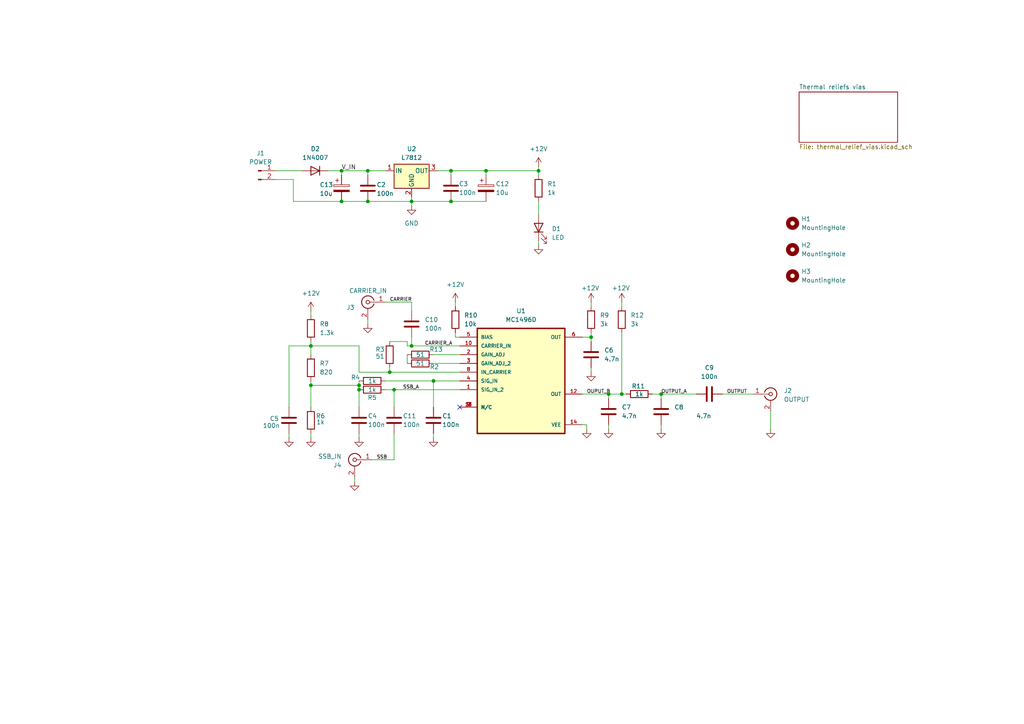
<source format=kicad_sch>
(kicad_sch (version 20231120) (generator "eeschema") (generator_version "8.0")
  (paper "A4")
  (title_block (title "Demodulador MC1496") (date "2024-08-15") (company "UTN - FRBB") (comment 1 "CARRIZO") (comment 2 "BONFIGLIO") (comment 3 "ALARCÓN"))
  (lib_symbols
    (symbol "Connector:Conn_01x02_Pin" (pin_names (offset 1.016) hide)
      (property "Reference" "J" (at 0 2.54 0))
      (property "Value" "Conn_01x02_Pin" (at 0 -5.08 0))
      (symbol "Conn_01x02_Pin_1_1"
        (polyline (pts (xy 1.27 -2.54) (xy 0.8636 -2.54)) (stroke (width 0.1524)))
        (polyline (pts (xy 1.27 0) (xy 0.8636 0)) (stroke (width 0.1524)))
        (rectangle (start 0.8636 -2.413) (end 0 -2.667) (stroke (width 0.1524)) (fill (type outline)))
        (rectangle (start 0.8636 0.127) (end 0 -0.127) (stroke (width 0.1524)) (fill (type outline)))
        (pin passive line (at 5.08 0 180) (length 3.81) (name "Pin_1") (number "1"))
        (pin passive line (at 5.08 -2.54 180) (length 3.81) (name "Pin_2") (number "2"))
      )
    )
    (symbol "Connector:Conn_Coaxial" (pin_names (offset 1.016) hide)
      (property "Reference" "J" (at 0.254 3.048 0))
      (property "Value" "Conn_Coaxial" (at 2.921 0 90))
      (symbol "Conn_Coaxial_0_1"
        (arc (start -1.778 -0.508) (mid 0.2311 -1.8066) (end 1.778 0) (stroke (width 0.254)))
        (polyline (pts (xy -2.54 0) (xy -0.508 0)))
        (polyline (pts (xy 0 -2.54) (xy 0 -1.778)))
        (circle (center 0 0) (radius 0.508) (stroke (width 0.2032)))
        (arc (start 1.778 0) (mid 0.2099 1.8101) (end -1.778 0.508) (stroke (width 0.254)))
      )
      (symbol "Conn_Coaxial_1_1"
        (pin passive line (at -5.08 0 0) (length 2.54) (name "In") (number "1"))
        (pin passive line (at 0 -5.08 90) (length 2.54) (name "Ext") (number "2"))
      )
    )
    (symbol "Device:C" (pin_numbers hide) (pin_names (offset 0.254))
      (property "Reference" "C" (at 0.635 2.54 0))
      (property "Value" "C" (at 0.635 -2.54 0))
      (symbol "C_0_1"
        (polyline (pts (xy -2.032 -0.762) (xy 2.032 -0.762)) (stroke (width 0.508)))
        (polyline (pts (xy -2.032 0.762) (xy 2.032 0.762)) (stroke (width 0.508)))
      )
      (symbol "C_1_1"
        (pin passive line (at 0 3.81 270) (length 2.794) (name "~") (number "1"))
        (pin passive line (at 0 -3.81 90) (length 2.794) (name "~") (number "2"))
      )
    )
    (symbol "Device:C_Polarized" (pin_numbers hide) (pin_names (offset 0.254))
      (property "Reference" "C" (at 0.635 2.54 0))
      (property "Value" "C_Polarized" (at 0.635 -2.54 0))
      (symbol "C_Polarized_0_1"
        (rectangle (start -2.286 0.508) (end 2.286 1.016))
        (polyline (pts (xy -1.778 2.286) (xy -0.762 2.286)))
        (polyline (pts (xy -1.27 2.794) (xy -1.27 1.778)))
        (rectangle (start 2.286 -0.508) (end -2.286 -1.016) (fill (type outline)))
      )
      (symbol "C_Polarized_1_1"
        (pin passive line (at 0 3.81 270) (length 2.794) (name "~") (number "1"))
        (pin passive line (at 0 -3.81 90) (length 2.794) (name "~") (number "2"))
      )
    )
    (symbol "Device:LED" (pin_numbers hide) (pin_names (offset 1.016) hide)
      (property "Reference" "D" (at 0 2.54 0))
      (property "Value" "LED" (at 0 -2.54 0))
      (symbol "LED_0_1"
        (polyline (pts (xy -1.27 -1.27) (xy -1.27 1.27)) (stroke (width 0.254)))
        (polyline (pts (xy -1.27 0) (xy 1.27 0)))
        (polyline (pts (xy 1.27 -1.27) (xy 1.27 1.27) (xy -1.27 0) (xy 1.27 -1.27)) (stroke (width 0.254)))
        (polyline (pts (xy -3.048 -0.762) (xy -4.572 -2.286) (xy -3.81 -2.286) (xy -4.572 -2.286) (xy -4.572 -1.524)))
        (polyline (pts (xy -1.778 -0.762) (xy -3.302 -2.286) (xy -2.54 -2.286) (xy -3.302 -2.286) (xy -3.302 -1.524)))
      )
      (symbol "LED_1_1"
        (pin passive line (at -3.81 0 0) (length 2.54) (name "K") (number "1"))
        (pin passive line (at 3.81 0 180) (length 2.54) (name "A") (number "2"))
      )
    )
    (symbol "Device:R" (pin_numbers hide) (pin_names (offset 0))
      (property "Reference" "R" (at 2.032 0 90))
      (property "Value" "R" (at 0 0 90))
      (symbol "R_0_1"
        (rectangle (start -1.016 -2.54) (end 1.016 2.54) (stroke (width 0.254)))
      )
      (symbol "R_1_1"
        (pin passive line (at 0 3.81 270) (length 1.27) (name "~") (number "1"))
        (pin passive line (at 0 -3.81 90) (length 1.27) (name "~") (number "2"))
      )
    )
    (symbol "Diode:1N4007" (pin_numbers hide) (pin_names hide)
      (property "Reference" "D" (at 0 2.54 0))
      (property "Value" "1N4007" (at 0 -2.54 0))
      (symbol "1N4007_0_1"
        (polyline (pts (xy -1.27 1.27) (xy -1.27 -1.27)) (stroke (width 0.254)))
        (polyline (pts (xy 1.27 0) (xy -1.27 0)))
        (polyline (pts (xy 1.27 1.27) (xy 1.27 -1.27) (xy -1.27 0) (xy 1.27 1.27)) (stroke (width 0.254)))
      )
      (symbol "1N4007_1_1"
        (pin passive line (at -3.81 0 0) (length 2.54) (name "K") (number "1"))
        (pin passive line (at 3.81 0 180) (length 2.54) (name "A") (number "2"))
      )
    )
    (symbol "MC1496D:MC1496D" (pin_names (offset 1.016))
      (property "Reference" "U1" (at 0 20.32 0))
      (property "Value" "MC1496D" (at 0 17.78 0))
      (symbol "MC1496D_0_0"
        (rectangle (start -12.7 15.24) (end 12.7 -15.24) (stroke (width 0.41)) (fill (type background)))
        (pin input line (at -17.78 -2.54 0) (length 5.08) (name "SIG_IN_2") (number "1"))
        (pin input line (at -17.78 10.16 0) (length 5.08) (name "CARRIER_IN") (number "10"))
        (pin bidirectional line (at -17.78 -7.62 0) (length 5.08) (name "N/C") (number "11"))
        (pin output line (at 17.78 -3.81 180) (length 5.08) (name "OUT") (number "12"))
        (pin bidirectional line (at -17.78 -7.62 0) (length 5.08) (name "N/C") (number "13"))
        (pin power_in line (at 17.78 -12.7 180) (length 5.08) (name "VEE") (number "14"))
        (pin input line (at -17.78 7.62 0) (length 5.08) (name "GAIN_ADJ") (number "2"))
        (pin input line (at -17.78 5.08 0) (length 5.08) (name "GAIN_ADJ_2") (number "3"))
        (pin input line (at -17.78 0 0) (length 5.08) (name "SIG_IN") (number "4"))
        (pin input line (at -17.78 12.7 0) (length 5.08) (name "BIAS") (number "5"))
        (pin output line (at 17.78 12.7 180) (length 5.08) (name "OUT") (number "6"))
        (pin bidirectional line (at -17.78 -7.62 0) (length 5.08) (name "N/C") (number "7"))
        (pin input line (at -17.78 2.54 0) (length 5.08) (name "IN_CARRIER") (number "8"))
        (pin bidirectional line (at -17.78 -7.62 0) (length 5.08) (name "N/C") (number "9"))
      )
    )
    (symbol "Mechanical:MountingHole" (pin_names (offset 1.016)) (exclude_from_sim yes) (in_bom no)
      (property "Reference" "H" (at 0 5.08 0))
      (property "Value" "MountingHole" (at 0 3.175 0))
      (symbol "MountingHole_0_1"
        (circle (center 0 0) (radius 1.27) (stroke (width 1.27)))
      )
    )
    (symbol "Regulator_Linear:L7812" (pin_names (offset 0.254))
      (property "Reference" "U" (at -3.81 3.175 0))
      (property "Value" "L7812" (at 0 3.175 0))
      (symbol "L7812_0_1"
        (rectangle (start -5.08 1.905) (end 5.08 -5.08) (stroke (width 0.254)) (fill (type background)))
      )
      (symbol "L7812_1_1"
        (pin power_in line (at -7.62 0 0) (length 2.54) (name "IN") (number "1"))
        (pin power_in line (at 0 -7.62 90) (length 2.54) (name "GND") (number "2"))
        (pin power_out line (at 7.62 0 180) (length 2.54) (name "OUT") (number "3"))
      )
    )
    (symbol "power:+12V" (power) (pin_numbers hide) (pin_names (offset 0) hide)
      (property "Value" "+12V" (at 0 3.556 0))
      (symbol "+12V_0_1"
        (polyline (pts (xy -0.762 1.27) (xy 0 2.54)))
        (polyline (pts (xy 0 0) (xy 0 2.54)))
        (polyline (pts (xy 0 2.54) (xy 0.762 1.27)))
      )
      (symbol "+12V_1_1"
        (pin power_in line (at 0 0 90) (length 0) (name "~") (number "1"))
      )
    )
    (symbol "power:GND" (power) (pin_numbers hide) (pin_names (offset 0) hide)
      (property "Value" "GND" (at 0 -3.81 0))
      (symbol "GND_0_1"
        (polyline (pts (xy 0 0) (xy 0 -1.27) (xy 1.27 -1.27) (xy 0 -2.54) (xy -1.27 -1.27) (xy 0 -1.27)))
      )
      (symbol "GND_1_1"
        (pin power_in line (at 0 0 270) (length 0) (name "~") (number "1"))
      )
    )
  )
  (junction (at 104.14 111.76))
  (junction (at 191.77 114.3))
  (junction (at 99.06 58.42))
  (junction (at 113.03 107.95))
  (junction (at 171.45 97.79))
  (junction (at 156.21 49.53))
  (junction (at 90.17 111.76))
  (junction (at 90.17 100.33))
  (junction (at 106.68 58.42))
  (junction (at 180.34 114.3))
  (junction (at 119.38 58.42))
  (junction (at 176.53 114.3))
  (junction (at 130.81 58.42))
  (junction (at 106.68 49.53))
  (junction (at 130.81 49.53))
  (junction (at 104.14 113.03))
  (junction (at 140.97 49.53))
  (junction (at 119.38 100.33))
  (junction (at 99.06 49.53))
  (junction (at 114.3 113.03))
  (junction (at 125.73 110.49))
  (no_connect (at 133.35 118.11))
  (wire (pts (xy 90.17 111.76) (xy 104.14 111.76)))
  (wire (pts (xy 125.73 102.87) (xy 133.35 102.87)))
  (wire (pts (xy 80.01 49.53) (xy 87.63 49.53)))
  (wire (pts (xy 83.82 100.33) (xy 90.17 100.33)))
  (wire (pts (xy 119.38 58.42) (xy 130.81 58.42)))
  (wire (pts (xy 133.35 100.33) (xy 119.38 100.33)))
  (wire (pts (xy 90.17 90.17) (xy 90.17 91.44)))
  (wire (pts (xy 223.52 119.38) (xy 223.52 124.46)))
  (wire (pts (xy 83.82 125.73) (xy 83.82 127)))
  (wire (pts (xy 130.81 58.42) (xy 140.97 58.42)))
  (wire (pts (xy 99.06 49.53) (xy 106.68 49.53)))
  (wire (pts (xy 176.53 114.3) (xy 176.53 115.57)))
  (wire (pts (xy 130.81 49.53) (xy 140.97 49.53)))
  (wire (pts (xy 119.38 57.15) (xy 119.38 58.42)))
  (wire (pts (xy 191.77 114.3) (xy 191.77 115.57)))
  (wire (pts (xy 99.06 49.53) (xy 99.06 50.8)))
  (wire (pts (xy 125.73 110.49) (xy 133.35 110.49)))
  (wire (pts (xy 104.14 125.73) (xy 104.14 127)))
  (wire (pts (xy 106.68 49.53) (xy 111.76 49.53)))
  (wire (pts (xy 90.17 110.49) (xy 90.17 111.76)))
  (wire (pts (xy 176.53 123.19) (xy 176.53 124.46)))
  (wire (pts (xy 114.3 113.03) (xy 133.35 113.03)))
  (wire (pts (xy 156.21 49.53) (xy 156.21 50.8)))
  (wire (pts (xy 125.73 110.49) (xy 125.73 118.11)))
  (wire (pts (xy 171.45 106.68) (xy 171.45 107.95)))
  (wire (pts (xy 111.76 110.49) (xy 125.73 110.49)))
  (wire (pts (xy 90.17 125.73) (xy 90.17 127)))
  (wire (pts (xy 90.17 102.87) (xy 90.17 100.33)))
  (wire (pts (xy 168.91 114.3) (xy 176.53 114.3)))
  (wire (pts (xy 133.35 107.95) (xy 113.03 107.95)))
  (wire (pts (xy 156.21 58.42) (xy 156.21 62.23)))
  (wire (pts (xy 106.68 58.42) (xy 119.38 58.42)))
  (wire (pts (xy 170.18 124.46) (xy 170.18 123.19)))
  (wire (pts (xy 180.34 96.52) (xy 180.34 114.3)))
  (wire (pts (xy 140.97 49.53) (xy 140.97 50.8)))
  (wire (pts (xy 127 49.53) (xy 130.81 49.53)))
  (wire (pts (xy 113.03 106.68) (xy 113.03 107.95)))
  (wire (pts (xy 83.82 118.11) (xy 83.82 100.33)))
  (wire (pts (xy 99.06 58.42) (xy 106.68 58.42)))
  (wire (pts (xy 125.73 125.73) (xy 125.73 127)))
  (wire (pts (xy 191.77 114.3) (xy 201.93 114.3)))
  (wire (pts (xy 104.14 113.03) (xy 104.14 118.11)))
  (wire (pts (xy 119.38 97.79) (xy 119.38 100.33)))
  (wire (pts (xy 171.45 96.52) (xy 171.45 97.79)))
  (wire (pts (xy 119.38 58.42) (xy 119.38 59.69)))
  (wire (pts (xy 125.73 105.41) (xy 133.35 105.41)))
  (wire (pts (xy 171.45 97.79) (xy 171.45 99.06)))
  (wire (pts (xy 156.21 48.26) (xy 156.21 49.53)))
  (wire (pts (xy 170.18 123.19) (xy 168.91 123.19)))
  (wire (pts (xy 171.45 87.63) (xy 171.45 88.9)))
  (wire (pts (xy 171.45 97.79) (xy 168.91 97.79)))
  (wire (pts (xy 181.61 114.3) (xy 180.34 114.3)))
  (wire (pts (xy 189.23 114.3) (xy 191.77 114.3)))
  (wire (pts (xy 106.68 92.71) (xy 106.68 93.98)))
  (wire (pts (xy 106.68 49.53) (xy 106.68 50.8)))
  (wire (pts (xy 114.3 113.03) (xy 114.3 118.11)))
  (wire (pts (xy 130.81 49.53) (xy 130.81 50.8)))
  (wire (pts (xy 90.17 111.76) (xy 90.17 118.11)))
  (wire (pts (xy 104.14 107.95) (xy 113.03 107.95)))
  (wire (pts (xy 209.55 114.3) (xy 218.44 114.3)))
  (wire (pts (xy 118.11 102.87) (xy 118.11 105.41)))
  (wire (pts (xy 111.76 113.03) (xy 114.3 113.03)))
  (wire (pts (xy 90.17 99.06) (xy 90.17 100.33)))
  (wire (pts (xy 90.17 100.33) (xy 104.14 100.33)))
  (wire (pts (xy 104.14 100.33) (xy 104.14 107.95)))
  (wire (pts (xy 176.53 114.3) (xy 180.34 114.3)))
  (wire (pts (xy 118.11 99.06) (xy 113.03 99.06)))
  (wire (pts (xy 104.14 110.49) (xy 104.14 111.76)))
  (wire (pts (xy 119.38 87.63) (xy 111.76 87.63)))
  (wire (pts (xy 156.21 69.85) (xy 156.21 71.12)))
  (wire (pts (xy 102.87 138.43) (xy 102.87 139.7)))
  (wire (pts (xy 95.25 49.53) (xy 99.06 49.53)))
  (wire (pts (xy 85.09 58.42) (xy 99.06 58.42)))
  (wire (pts (xy 180.34 87.63) (xy 180.34 88.9)))
  (wire (pts (xy 114.3 125.73) (xy 114.3 133.35)))
  (wire (pts (xy 132.08 96.52) (xy 132.08 97.79)))
  (wire (pts (xy 118.11 100.33) (xy 118.11 99.06)))
  (wire (pts (xy 140.97 49.53) (xy 156.21 49.53)))
  (wire (pts (xy 119.38 100.33) (xy 118.11 100.33)))
  (wire (pts (xy 119.38 90.17) (xy 119.38 87.63)))
  (wire (pts (xy 85.09 52.07) (xy 85.09 58.42)))
  (wire (pts (xy 191.77 123.19) (xy 191.77 124.46)))
  (wire (pts (xy 104.14 111.76) (xy 104.14 113.03)))
  (wire (pts (xy 132.08 97.79) (xy 133.35 97.79)))
  (wire (pts (xy 107.95 133.35) (xy 114.3 133.35)))
  (wire (pts (xy 80.01 52.07) (xy 85.09 52.07)))
  (wire (pts (xy 132.08 87.63) (xy 132.08 88.9)))
  (label "CARRIER" (at 113.03 87.63 0) (effects (font (size 1 1))))
  (label "OUTPUT" (at 210.82 114.3 0) (effects (font (size 1 1))))
  (label "SSB" (at 109.22 133.35 0) (effects (font (size 1 1))))
  (label "SSB_A" (at 116.84 113.03 0) (effects (font (size 1 1))))
  (label "OUPUT_B" (at 170.18 114.3 0) (effects (font (size 1 1))))
  (label "CARRIER_A" (at 123.19 100.33 0) (effects (font (size 1 1))))
  (label "OUTPUT_A" (at 191.77 114.3 0) (effects (font (size 1 1))))
  (label "V_IN" (at 99.06 49.53 0))
  (symbol (lib_id "power:+12V") (at 90.17 90.17 0) (unit 1)
    (property "Reference" "#PWR08" (effects (hide yes)))
    (property "Value" "+12V" (at 90.17 85.09 0))
    (property "Description" "Power symbol creates a global label with name \"+12V\"" (effects (hide yes)))
  )
  (symbol (lib_id "Device:LED") (at 156.21 66.04 90) (unit 1)
    (property "Reference" "D1" (at 160.02 66.3574 90) (effects (justify right)))
    (property "Value" "LED" (at 160.02 68.8974 90) (effects (justify right)))
    (property "Footprint" "LED_THT:LED_D5.0mm" (effects (hide yes)))
    (property "Description" "Light emitting diode" (effects (hide yes)))
  )
  (symbol (lib_id "Device:R") (at 121.92 105.41 90) (unit 1)
    (property "Reference" "R2" (at 125.984 106.426 90))
    (property "Value" "51" (at 121.92 105.41 90))
    (property "Footprint" "Resistor_SMD:R_0805_2012Metric_Pad1.20x1.40mm_HandSolder" (effects (hide yes)))
    (property "Description" "Resistor" (effects (hide yes)))
  )
  (symbol (lib_id "Device:C") (at 106.68 54.61 0) (unit 1)
    (property "Reference" "C2" (at 109.22 53.594 0) (effects (justify left)))
    (property "Value" "100n" (at 109.22 56.134 0) (effects (justify left)))
    (property "Footprint" "Inductor_SMD:L_1206_3216Metric_Pad1.42x1.75mm_HandSolder" (effects (hide yes)))
    (property "Description" "Unpolarized capacitor" (effects (hide yes)))
  )
  (symbol (lib_id "Connector:Conn_Coaxial") (at 106.68 87.63 0) (mirror y) (unit 1)
    (property "Reference" "J3" (at 102.87 89.1933 0) (effects (justify left)))
    (property "Value" "CARRIER_IN" (at 112.268 84.328 0) (effects (justify left)))
    (property "Footprint" "connector:BNC_TEConnectivity_413969-2" (effects (hide yes)))
    (property "Description" "coaxial connector (BNC, SMA, SMB, SMC, Cinch/RCA, LEMO, ...)" (effects (hide yes)))
  )
  (symbol (lib_id "power:+12V") (at 180.34 87.63 0) (unit 1)
    (property "Reference" "#PWR015" (effects (hide yes)))
    (property "Value" "+12V" (at 180.086 83.566 0))
    (property "Description" "Power symbol creates a global label with name \"+12V\"" (effects (hide yes)))
  )
  (symbol (lib_id "Connector:Conn_Coaxial") (at 223.52 114.3 0) (unit 1)
    (property "Reference" "J2" (at 227.33 113.3231 0) (effects (justify left)))
    (property "Value" "OUTPUT" (at 227.33 115.8631 0) (effects (justify left)))
    (property "Footprint" "connector:BNC_TEConnectivity_413969-2" (effects (hide yes)))
    (property "Description" "coaxial connector (BNC, SMA, SMB, SMC, Cinch/RCA, LEMO, ...)" (effects (hide yes)))
  )
  (symbol (lib_id "power:GND") (at 170.18 124.46 0) (unit 1)
    (property "Reference" "#PWR016" (effects (hide yes)))
    (property "Value" "GND" (effects (hide yes)))
    (property "Description" "Power symbol creates a global label with name \"GND\" , ground" (effects (hide yes)))
  )
  (symbol (lib_id "Regulator_Linear:L7812") (at 119.38 49.53 0) (unit 1)
    (property "Reference" "U2" (at 119.38 43.18 0))
    (property "Value" "L7812" (at 119.38 45.72 0))
    (property "Footprint" "Package_TO_SOT_SMD:TO-252-2" (effects (hide yes)))
    (property "Datasheet" "http://www.st.com/content/ccc/resource/technical/document/datasheet/41/4f/b3/b0/12/d4/47/88/CD00000444.pdf/files/CD00000444.pdf/jcr:content/translations/en.CD00000444.pdf" (effects (hide yes)))
    (property "Description" "Positive 1.5A 35V Linear Regulator, Fixed Output 12V, TO-220/TO-263/TO-252" (effects (hide yes)))
  )
  (symbol (lib_id "Device:R") (at 185.42 114.3 90) (unit 1)
    (property "Reference" "R11" (at 185.166 112.014 90))
    (property "Value" "1k" (at 185.42 114.3 90))
    (property "Footprint" "Resistor_SMD:R_0805_2012Metric_Pad1.20x1.40mm_HandSolder" (effects (hide yes)))
    (property "Description" "Resistor" (effects (hide yes)))
  )
  (symbol (lib_id "power:GND") (at 223.52 124.46 0) (unit 1)
    (property "Reference" "#PWR014" (effects (hide yes)))
    (property "Value" "GND" (effects (hide yes)))
    (property "Description" "Power symbol creates a global label with name \"GND\" , ground" (effects (hide yes)))
  )
  (symbol (lib_id "Device:R") (at 171.45 92.71 0) (unit 1)
    (property "Reference" "R9" (at 173.99 91.4399 0) (effects (justify left)))
    (property "Value" "3k" (at 173.99 93.9799 0) (effects (justify left)))
    (property "Footprint" "Resistor_SMD:R_0805_2012Metric_Pad1.20x1.40mm_HandSolder" (effects (hide yes)))
    (property "Description" "Resistor" (effects (hide yes)))
  )
  (symbol (lib_id "Device:C") (at 171.45 102.87 0) (unit 1)
    (property "Reference" "C6" (at 175.26 101.5999 0) (effects (justify left)))
    (property "Value" "4.7n" (at 175.26 104.1399 0) (effects (justify left)))
    (property "Footprint" "Capacitor_SMD:C_0805_2012Metric_Pad1.18x1.45mm_HandSolder" (effects (hide yes)))
    (property "Description" "Unpolarized capacitor" (effects (hide yes)))
  )
  (symbol (lib_id "power:GND") (at 102.87 139.7 0) (unit 1)
    (property "Reference" "#PWR018" (effects (hide yes)))
    (property "Value" "GND" (effects (hide yes)))
    (property "Description" "Power symbol creates a global label with name \"GND\" , ground" (effects (hide yes)))
  )
  (symbol (lib_id "Device:C") (at 125.73 121.92 0) (unit 1)
    (property "Reference" "C1" (at 128.27 120.65 0) (effects (justify left)))
    (property "Value" "100n" (at 128.27 123.19 0) (effects (justify left)))
    (property "Footprint" "Inductor_SMD:L_1206_3216Metric_Pad1.42x1.75mm_HandSolder" (effects (hide yes)))
    (property "Description" "Unpolarized capacitor" (effects (hide yes)))
  )
  (symbol (lib_id "Device:R") (at 107.95 113.03 90) (unit 1)
    (property "Reference" "R5" (at 107.95 115.316 90))
    (property "Value" "1k" (at 107.95 113.03 90))
    (property "Footprint" "Resistor_SMD:R_0805_2012Metric_Pad1.20x1.40mm_HandSolder" (effects (hide yes)))
    (property "Description" "Resistor" (effects (hide yes)))
  )
  (symbol (lib_id "power:GND") (at 106.68 93.98 0) (unit 1)
    (property "Reference" "#PWR017" (effects (hide yes)))
    (property "Value" "GND" (effects (hide yes)))
    (property "Description" "Power symbol creates a global label with name \"GND\" , ground" (effects (hide yes)))
  )
  (symbol (lib_id "Diode:1N4007") (at 91.44 49.53 180) (unit 1)
    (property "Reference" "D2" (at 91.44 43.18 0))
    (property "Value" "1N4007" (at 91.44 45.72 0))
    (property "Footprint" "Diode_SMD:D_SMA_Handsoldering" (effects (hide yes)))
    (property "Datasheet" "http://www.vishay.com/docs/88503/1n4001.pdf" (effects (hide yes)))
    (property "Description" "1000V 1A General Purpose Rectifier Diode, DO-41" (effects (hide yes)))
    (property "Sim.Device" "D" (effects (hide yes)))
    (property "Sim.Pins" "1=K 2=A" (effects (hide yes)))
  )
  (symbol (lib_id "Device:R") (at 107.95 110.49 90) (unit 1)
    (property "Reference" "R4" (at 103.124 109.474 90))
    (property "Value" "1k" (at 107.95 110.49 90))
    (property "Footprint" "Resistor_SMD:R_0805_2012Metric_Pad1.20x1.40mm_HandSolder" (effects (hide yes)))
    (property "Description" "Resistor" (effects (hide yes)))
  )
  (symbol (lib_id "Device:C_Polarized") (at 99.06 54.61 0) (unit 1)
    (property "Reference" "C13" (at 92.71 53.594 0) (effects (justify left)))
    (property "Value" "10u" (at 92.71 56.134 0) (effects (justify left)))
    (property "Footprint" "Capacitor_THT:CP_Radial_D5.0mm_P2.50mm" (effects (hide yes)))
    (property "Description" "Polarized capacitor" (effects (hide yes)))
  )
  (symbol (lib_id "Device:R") (at 132.08 92.71 0) (unit 1)
    (property "Reference" "R10" (at 134.62 91.4399 0) (effects (justify left)))
    (property "Value" "10k" (at 134.62 93.9799 0) (effects (justify left)))
    (property "Footprint" "Resistor_SMD:R_0805_2012Metric_Pad1.20x1.40mm_HandSolder" (effects (hide yes)))
    (property "Description" "Resistor" (effects (hide yes)))
  )
  (symbol (lib_id "power:GND") (at 125.73 127 0) (unit 1)
    (property "Reference" "#PWR04" (effects (hide yes)))
    (property "Value" "GND" (effects (hide yes)))
    (property "Description" "Power symbol creates a global label with name \"GND\" , ground" (effects (hide yes)))
  )
  (symbol (lib_id "Device:R") (at 180.34 92.71 0) (unit 1)
    (property "Reference" "R12" (at 182.88 91.4399 0) (effects (justify left)))
    (property "Value" "3k" (at 182.88 93.9799 0) (effects (justify left)))
    (property "Footprint" "Resistor_SMD:R_0805_2012Metric_Pad1.20x1.40mm_HandSolder" (effects (hide yes)))
    (property "Description" "Resistor" (effects (hide yes)))
  )
  (symbol (lib_id "power:+12V") (at 171.45 87.63 0) (unit 1)
    (property "Reference" "#PWR09" (effects (hide yes)))
    (property "Value" "+12V" (at 171.196 83.566 0))
    (property "Description" "Power symbol creates a global label with name \"+12V\"" (effects (hide yes)))
  )
  (symbol (lib_id "Device:C") (at 119.38 93.98 0) (unit 1)
    (property "Reference" "C10" (at 123.19 92.7099 0) (effects (justify left)))
    (property "Value" "100n" (at 123.19 95.2499 0) (effects (justify left)))
    (property "Footprint" "Inductor_SMD:L_1206_3216Metric_Pad1.42x1.75mm_HandSolder" (effects (hide yes)))
    (property "Description" "Unpolarized capacitor" (effects (hide yes)))
  )
  (symbol (lib_id "power:GND") (at 83.82 127 0) (unit 1)
    (property "Reference" "#PWR07" (effects (hide yes)))
    (property "Value" "GND" (effects (hide yes)))
    (property "Description" "Power symbol creates a global label with name \"GND\" , ground" (effects (hide yes)))
  )
  (symbol (lib_id "Device:R") (at 113.03 102.87 0) (unit 1)
    (property "Reference" "R3" (at 110.236 101.346 0))
    (property "Value" "51" (at 110.236 103.378 0))
    (property "Footprint" "Resistor_SMD:R_0805_2012Metric_Pad1.20x1.40mm_HandSolder" (effects (hide yes)))
    (property "Description" "Resistor" (effects (hide yes)))
  )
  (symbol (lib_id "Device:C") (at 104.14 121.92 0) (unit 1)
    (property "Reference" "C4" (at 106.68 120.65 0) (effects (justify left)))
    (property "Value" "100n" (at 106.68 123.19 0) (effects (justify left)))
    (property "Footprint" "Inductor_SMD:L_1206_3216Metric_Pad1.42x1.75mm_HandSolder" (effects (hide yes)))
    (property "Description" "Unpolarized capacitor" (effects (hide yes)))
  )
  (symbol (lib_id "Device:C") (at 205.74 114.3 90) (unit 1)
    (property "Reference" "C9" (at 205.74 106.68 90))
    (property "Value" "100n" (at 205.74 109.22 90))
    (property "Footprint" "Inductor_SMD:L_1206_3216Metric_Pad1.42x1.75mm_HandSolder" (effects (hide yes)))
    (property "Description" "Unpolarized capacitor" (effects (hide yes)))
  )
  (symbol (lib_id "power:GND") (at 119.38 59.69 0) (unit 1)
    (property "Reference" "#PWR01" (effects (hide yes)))
    (property "Value" "GND" (at 119.38 64.77 0))
    (property "Description" "Power symbol creates a global label with name \"GND\" , ground" (effects (hide yes)))
  )
  (symbol (lib_id "Device:R") (at 90.17 106.68 180) (unit 1)
    (property "Reference" "R7" (at 92.71 105.4099 0) (effects (justify right)))
    (property "Value" "820" (at 92.71 107.9499 0) (effects (justify right)))
    (property "Footprint" "Resistor_SMD:R_0805_2012Metric_Pad1.20x1.40mm_HandSolder" (effects (hide yes)))
    (property "Description" "Resistor" (effects (hide yes)))
  )
  (symbol (lib_id "Device:C") (at 191.77 119.38 0) (unit 1)
    (property "Reference" "C8" (at 195.58 118.1099 0) (effects (justify left)))
    (property "Value" "4.7n" (at 201.93 120.6499 0) (effects (justify left)))
    (property "Footprint" "Capacitor_SMD:C_0805_2012Metric_Pad1.18x1.45mm_HandSolder" (effects (hide yes)))
    (property "Description" "Unpolarized capacitor" (effects (hide yes)))
  )
  (symbol (lib_id "Device:C") (at 130.81 54.61 0) (unit 1)
    (property "Reference" "C3" (at 133.096 53.34 0) (effects (justify left)))
    (property "Value" "100n" (at 133.096 55.88 0) (effects (justify left)))
    (property "Footprint" "Inductor_SMD:L_1206_3216Metric_Pad1.42x1.75mm_HandSolder" (effects (hide yes)))
    (property "Description" "Unpolarized capacitor" (effects (hide yes)))
  )
  (symbol (lib_id "MC1496D:MC1496D") (at 151.13 110.49 0) (unit 1)
    (property "Reference" "U1" (at 151.13 90.17 0))
    (property "Value" "MC1496D" (at 151.13 92.71 0))
    (property "Footprint" "Package_SO:SOIC-14_3.9x8.7mm_P1.27mm" (effects (hide yes)))
    (property "MF" "ON Semiconductor" (effects (hide yes)))
    (property "Description_1" "\nRF IC Modulator/Demodulator FM 300MHz - 14-SOIC\n" (effects (hide yes)))
    (property "Package" "SOIC-14 ON Semiconductor" (effects (hide yes)))
    (property "Price" "None" (effects (hide yes)))
    (property "SnapEDA_Link" "https://www.snapeda.com/parts/MC1496D/Onsemi/view-part/?ref=snap" (effects (hide yes)))
    (property "MP" "MC1496D" (effects (hide yes)))
    (property "Purchase-URL" "https://www.snapeda.com/api/url_track_click_mouser/?unipart_id=453965&manufacturer=ON Semiconductor&part_name=MC1496D&search_term=mc1496" (effects (hide yes)))
    (property "Availability" "In Stock" (effects (hide yes)))
    (property "Check_prices" "https://www.snapeda.com/parts/MC1496D/Onsemi/view-part/?ref=eda" (effects (hide yes)))
  )
  (symbol (lib_id "Connector:Conn_Coaxial") (at 102.87 133.35 0) (mirror y) (unit 1)
    (property "Reference" "J4" (at 99.06 134.9133 0) (effects (justify left)))
    (property "Value" "SSB_IN" (at 99.06 132.3733 0) (effects (justify left)))
    (property "Footprint" "connector:BNC_TEConnectivity_413969-2" (effects (hide yes)))
    (property "Description" "coaxial connector (BNC, SMA, SMB, SMC, Cinch/RCA, LEMO, ...)" (effects (hide yes)))
  )
  (symbol (lib_id "power:GND") (at 104.14 127 0) (unit 1)
    (property "Reference" "#PWR05" (effects (hide yes)))
    (property "Value" "GND" (effects (hide yes)))
    (property "Description" "Power symbol creates a global label with name \"GND\" , ground" (effects (hide yes)))
  )
  (symbol (lib_id "power:GND") (at 171.45 107.95 0) (unit 1)
    (property "Reference" "#PWR010" (effects (hide yes)))
    (property "Value" "GND" (effects (hide yes)))
    (property "Description" "Power symbol creates a global label with name \"GND\" , ground" (effects (hide yes)))
  )
  (symbol (lib_id "power:GND") (at 176.53 124.46 0) (unit 1)
    (property "Reference" "#PWR012" (effects (hide yes)))
    (property "Value" "GND" (effects (hide yes)))
    (property "Description" "Power symbol creates a global label with name \"GND\" , ground" (effects (hide yes)))
  )
  (symbol (lib_id "power:+12V") (at 156.21 48.26 0) (unit 1)
    (property "Reference" "#PWR03" (effects (hide yes)))
    (property "Value" "+12V" (at 156.21 43.18 0))
    (property "Description" "Power symbol creates a global label with name \"+12V\"" (effects (hide yes)))
  )
  (symbol (lib_id "power:GND") (at 191.77 124.46 0) (unit 1)
    (property "Reference" "#PWR013" (effects (hide yes)))
    (property "Value" "GND" (effects (hide yes)))
    (property "Description" "Power symbol creates a global label with name \"GND\" , ground" (effects (hide yes)))
  )
  (symbol (lib_id "Device:R") (at 121.92 102.87 90) (unit 1)
    (property "Reference" "R13" (at 126.492 101.346 90))
    (property "Value" "51" (at 121.92 102.87 90))
    (property "Footprint" "Resistor_SMD:R_0805_2012Metric_Pad1.20x1.40mm_HandSolder" (effects (hide yes)))
    (property "Description" "Resistor" (effects (hide yes)))
  )
  (symbol (lib_id "Mechanical:MountingHole") (at 229.87 64.77 0) (unit 1) (exclude_from_sim yes) (in_bom no)
    (property "Reference" "H1" (at 232.41 63.4999 0) (effects (justify left)))
    (property "Value" "MountingHole" (at 232.41 66.0399 0) (effects (justify left)))
    (property "Footprint" "MountingHole:MountingHole_3.2mm_M3" (effects (hide yes)))
    (property "Description" "Mounting Hole without connection" (effects (hide yes)))
  )
  (symbol (lib_id "Device:R") (at 90.17 95.25 0) (unit 1)
    (property "Reference" "R8" (at 92.71 93.9799 0) (effects (justify left)))
    (property "Value" "1.3k" (at 92.71 96.5199 0) (effects (justify left)))
    (property "Footprint" "Resistor_SMD:R_0805_2012Metric_Pad1.20x1.40mm_HandSolder" (effects (hide yes)))
    (property "Description" "Resistor" (effects (hide yes)))
  )
  (symbol (lib_id "power:GND") (at 90.17 127 0) (unit 1)
    (property "Reference" "#PWR06" (effects (hide yes)))
    (property "Value" "GND" (effects (hide yes)))
    (property "Description" "Power symbol creates a global label with name \"GND\" , ground" (effects (hide yes)))
  )
  (symbol (lib_id "Mechanical:MountingHole") (at 229.87 80.01 0) (unit 1) (exclude_from_sim yes) (in_bom no)
    (property "Reference" "H3" (at 232.41 78.7399 0) (effects (justify left)))
    (property "Value" "MountingHole" (at 232.41 81.2799 0) (effects (justify left)))
    (property "Footprint" "MountingHole:MountingHole_3.2mm_M3" (effects (hide yes)))
    (property "Description" "Mounting Hole without connection" (effects (hide yes)))
  )
  (symbol (lib_id "Device:C_Polarized") (at 140.97 54.61 0) (unit 1)
    (property "Reference" "C12" (at 143.764 53.34 0) (effects (justify left)))
    (property "Value" "10u" (at 143.764 55.88 0) (effects (justify left)))
    (property "Footprint" "Capacitor_THT:CP_Radial_D5.0mm_P2.50mm" (effects (hide yes)))
    (property "Description" "Polarized capacitor" (effects (hide yes)))
  )
  (symbol (lib_id "Device:R") (at 156.21 54.61 0) (unit 1)
    (property "Reference" "R1" (at 158.75 53.3399 0) (effects (justify left)))
    (property "Value" "1k" (at 158.75 55.8799 0) (effects (justify left)))
    (property "Footprint" "Resistor_SMD:R_0805_2012Metric_Pad1.20x1.40mm_HandSolder" (effects (hide yes)))
    (property "Description" "Resistor" (effects (hide yes)))
  )
  (symbol (lib_id "Mechanical:MountingHole") (at 229.87 72.39 0) (unit 1) (exclude_from_sim yes) (in_bom no)
    (property "Reference" "H2" (at 232.41 71.1199 0) (effects (justify left)))
    (property "Value" "MountingHole" (at 232.41 73.6599 0) (effects (justify left)))
    (property "Footprint" "MountingHole:MountingHole_3.2mm_M3" (effects (hide yes)))
    (property "Description" "Mounting Hole without connection" (effects (hide yes)))
  )
  (symbol (lib_id "power:GND") (at 156.21 71.12 0) (unit 1)
    (property "Reference" "#PWR02" (effects (hide yes)))
    (property "Value" "GND" (effects (hide yes)))
    (property "Description" "Power symbol creates a global label with name \"GND\" , ground" (effects (hide yes)))
  )
  (symbol (lib_id "power:+12V") (at 132.08 87.63 0) (unit 1)
    (property "Reference" "#PWR011" (effects (hide yes)))
    (property "Value" "+12V" (at 132.08 82.55 0))
    (property "Description" "Power symbol creates a global label with name \"+12V\"" (effects (hide yes)))
  )
  (symbol (lib_id "Connector:Conn_01x02_Pin") (at 74.93 49.53 0) (unit 1)
    (property "Reference" "J1" (at 75.565 44.45 0))
    (property "Value" "POWER" (at 75.565 46.99 0))
    (property "Footprint" "Connector_PinHeader_2.54mm:PinHeader_1x02_P2.54mm_Vertical" (effects (hide yes)))
    (property "Description" "Generic connector, single row, 01x02, script generated" (effects (hide yes)))
  )
  (symbol (lib_id "Device:C") (at 114.3 121.92 0) (unit 1)
    (property "Reference" "C11" (at 116.84 120.65 0) (effects (justify left)))
    (property "Value" "100n" (at 116.84 123.19 0) (effects (justify left)))
    (property "Footprint" "Inductor_SMD:L_1206_3216Metric_Pad1.42x1.75mm_HandSolder" (effects (hide yes)))
    (property "Description" "Unpolarized capacitor" (effects (hide yes)))
  )
  (symbol (lib_id "Device:C") (at 83.82 121.92 0) (unit 1)
    (property "Reference" "C5" (at 78.232 121.412 0) (effects (justify left)))
    (property "Value" "100n" (at 76.2 123.444 0) (effects (justify left)))
    (property "Footprint" "Inductor_SMD:L_1206_3216Metric_Pad1.42x1.75mm_HandSolder" (effects (hide yes)))
    (property "Description" "Unpolarized capacitor" (effects (hide yes)))
  )
  (symbol (lib_id "Device:R") (at 90.17 121.92 180) (unit 1)
    (property "Reference" "R6" (at 92.964 120.65 0))
    (property "Value" "1k" (at 92.964 122.428 0))
    (property "Footprint" "Resistor_SMD:R_0805_2012Metric_Pad1.20x1.40mm_HandSolder" (effects (hide yes)))
    (property "Description" "Resistor" (effects (hide yes)))
  )
  (symbol (lib_id "Device:C") (at 176.53 119.38 0) (unit 1)
    (property "Reference" "C7" (at 180.34 118.1099 0) (effects (justify left)))
    (property "Value" "4.7n" (at 180.34 120.6499 0) (effects (justify left)))
    (property "Footprint" "Capacitor_SMD:C_0805_2012Metric_Pad1.18x1.45mm_HandSolder" (effects (hide yes)))
    (property "Description" "Unpolarized capacitor" (effects (hide yes)))
  )
  (sheet (at 231.775 26.67) (size 28.575 14.605) (stroke (width 0.1524))
    (property "Sheetname" "Thermal reliefs vias" (at 231.775 25.9584 0) (effects (justify left bottom)))
    (property "Sheetfile" "thermal_relief_vias.kicad_sch" (at 231.775 41.8596 0) (effects (justify left top)))
  )
)
</source>
